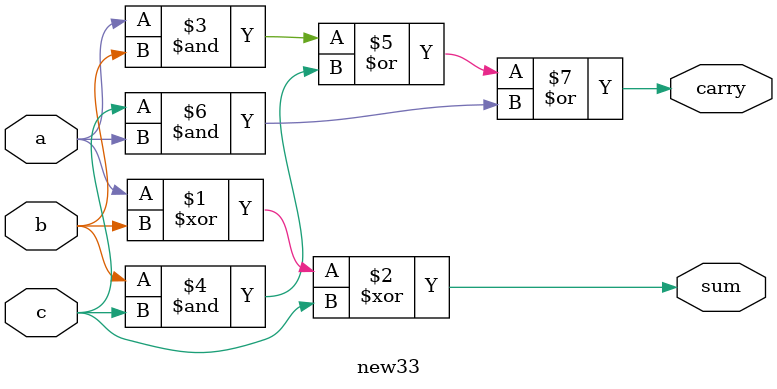
<source format=v>
`timescale 1ns / 1ps
module new33(a,b,c,sum,carry);
input a,b,c;
output wire sum,carry;
assign sum=a^b^c;
assign carry=(a&b)|(b&c)|(c&a);
endmodule

</source>
